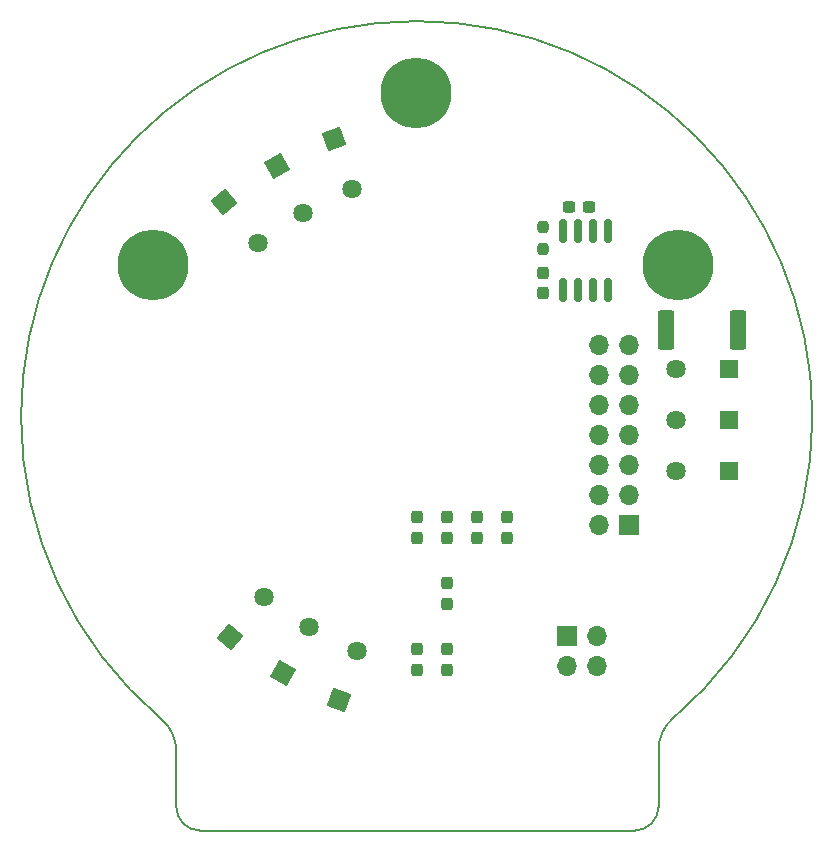
<source format=gbr>
%TF.GenerationSoftware,KiCad,Pcbnew,7.0.6*%
%TF.CreationDate,2024-03-18T21:18:52+03:00*%
%TF.ProjectId,_____ ________,1f3b3042-3020-4343-9042-47383a3e322e,rev?*%
%TF.SameCoordinates,Original*%
%TF.FileFunction,Soldermask,Bot*%
%TF.FilePolarity,Negative*%
%FSLAX46Y46*%
G04 Gerber Fmt 4.6, Leading zero omitted, Abs format (unit mm)*
G04 Created by KiCad (PCBNEW 7.0.6) date 2024-03-18 21:18:52*
%MOMM*%
%LPD*%
G01*
G04 APERTURE LIST*
G04 Aperture macros list*
%AMRoundRect*
0 Rectangle with rounded corners*
0 $1 Rounding radius*
0 $2 $3 $4 $5 $6 $7 $8 $9 X,Y pos of 4 corners*
0 Add a 4 corners polygon primitive as box body*
4,1,4,$2,$3,$4,$5,$6,$7,$8,$9,$2,$3,0*
0 Add four circle primitives for the rounded corners*
1,1,$1+$1,$2,$3*
1,1,$1+$1,$4,$5*
1,1,$1+$1,$6,$7*
1,1,$1+$1,$8,$9*
0 Add four rect primitives between the rounded corners*
20,1,$1+$1,$2,$3,$4,$5,0*
20,1,$1+$1,$4,$5,$6,$7,0*
20,1,$1+$1,$6,$7,$8,$9,0*
20,1,$1+$1,$8,$9,$2,$3,0*%
%AMRotRect*
0 Rectangle, with rotation*
0 The origin of the aperture is its center*
0 $1 length*
0 $2 width*
0 $3 Rotation angle, in degrees counterclockwise*
0 Add horizontal line*
21,1,$1,$2,0,0,$3*%
G04 Aperture macros list end*
%ADD10RotRect,1.635000X1.635000X290.000000*%
%ADD11C,1.635000*%
%ADD12C,6.000000*%
%ADD13RotRect,1.635000X1.635000X70.000000*%
%ADD14RotRect,1.635000X1.635000X300.000000*%
%ADD15R,1.635000X1.635000*%
%ADD16RotRect,1.635000X1.635000X60.000000*%
%ADD17RotRect,1.635000X1.635000X50.000000*%
%ADD18R,1.700000X1.700000*%
%ADD19O,1.700000X1.700000*%
%ADD20RotRect,1.635000X1.635000X310.000000*%
%ADD21RoundRect,0.237500X0.237500X-0.300000X0.237500X0.300000X-0.237500X0.300000X-0.237500X-0.300000X0*%
%ADD22RoundRect,0.237500X-0.237500X0.300000X-0.237500X-0.300000X0.237500X-0.300000X0.237500X0.300000X0*%
%ADD23RoundRect,0.237500X0.237500X-0.250000X0.237500X0.250000X-0.237500X0.250000X-0.237500X-0.250000X0*%
%ADD24RoundRect,0.150000X0.150000X-0.825000X0.150000X0.825000X-0.150000X0.825000X-0.150000X-0.825000X0*%
%ADD25RoundRect,0.249999X-0.450001X-1.425001X0.450001X-1.425001X0.450001X1.425001X-0.450001X1.425001X0*%
%ADD26RoundRect,0.237500X-0.300000X-0.237500X0.300000X-0.237500X0.300000X0.237500X-0.300000X0.237500X0*%
%TA.AperFunction,Profile*%
%ADD27C,0.200000*%
%TD*%
G04 APERTURE END LIST*
D10*
%TO.C,J13*%
X144872270Y-59835673D03*
D11*
X146411361Y-64064290D03*
%TD*%
D12*
%TO.C,J2*%
X151765000Y-55880000D03*
%TD*%
%TO.C,J3*%
X129540000Y-70485000D03*
%TD*%
D13*
%TO.C,J7*%
X145272909Y-107352617D03*
D11*
X146812000Y-103124000D03*
%TD*%
D14*
%TO.C,J12*%
X139990000Y-62142886D03*
D11*
X142240000Y-66040000D03*
%TD*%
D15*
%TO.C,J6*%
X178272000Y-79248000D03*
D11*
X173772000Y-79248000D03*
%TD*%
D12*
%TO.C,J1*%
X173990000Y-70485000D03*
%TD*%
D16*
%TO.C,J10*%
X140498000Y-104989114D03*
D11*
X142748000Y-101092000D03*
%TD*%
D15*
%TO.C,J5*%
X178272000Y-83566000D03*
D11*
X173772000Y-83566000D03*
%TD*%
D17*
%TO.C,J11*%
X136045456Y-101999200D03*
D11*
X138938000Y-98552000D03*
%TD*%
D18*
%TO.C,J8*%
X164540000Y-101874000D03*
D19*
X167080000Y-101874000D03*
X164540000Y-104414000D03*
X167080000Y-104414000D03*
%TD*%
D20*
%TO.C,J14*%
X135537456Y-65132800D03*
D11*
X138430000Y-68580000D03*
%TD*%
D15*
%TO.C,J9*%
X178272000Y-87884000D03*
D11*
X173772000Y-87884000D03*
%TD*%
D21*
%TO.C,C10*%
X156972000Y-93572500D03*
X156972000Y-91847500D03*
%TD*%
D22*
%TO.C,C13*%
X151892000Y-91847500D03*
X151892000Y-93572500D03*
%TD*%
D21*
%TO.C,C17*%
X151892000Y-104748500D03*
X151892000Y-103023500D03*
%TD*%
D23*
%TO.C,R3*%
X162560000Y-69111500D03*
X162560000Y-67286500D03*
%TD*%
D22*
%TO.C,C14*%
X154432000Y-103023500D03*
X154432000Y-104748500D03*
%TD*%
%TO.C,C16*%
X162560000Y-71146500D03*
X162560000Y-72871500D03*
%TD*%
%TO.C,C11*%
X159512000Y-91847500D03*
X159512000Y-93572500D03*
%TD*%
D18*
%TO.C,J4*%
X169784000Y-92456000D03*
D19*
X167244000Y-92456000D03*
X169784000Y-89916000D03*
X167244000Y-89916000D03*
X169784000Y-87376000D03*
X167244000Y-87376000D03*
X169784000Y-84836000D03*
X167244000Y-84836000D03*
X169784000Y-82296000D03*
X167244000Y-82296000D03*
X169784000Y-79756000D03*
X167244000Y-79756000D03*
X169784000Y-77216000D03*
X167244000Y-77216000D03*
%TD*%
D24*
%TO.C,U1*%
X168021000Y-72579000D03*
X166751000Y-72579000D03*
X165481000Y-72579000D03*
X164211000Y-72579000D03*
X164211000Y-67629000D03*
X165481000Y-67629000D03*
X166751000Y-67629000D03*
X168021000Y-67629000D03*
%TD*%
D22*
%TO.C,C18*%
X154432000Y-97435500D03*
X154432000Y-99160500D03*
%TD*%
D25*
%TO.C,R4*%
X172972000Y-75946000D03*
X179072000Y-75946000D03*
%TD*%
D26*
%TO.C,C15*%
X164745500Y-65532000D03*
X166470500Y-65532000D03*
%TD*%
D21*
%TO.C,C12*%
X154432000Y-93572500D03*
X154432000Y-91847500D03*
%TD*%
D27*
X131487619Y-111618347D02*
X131487619Y-116332000D01*
X172325073Y-111516254D02*
X172325073Y-116332000D01*
X131487653Y-111618347D02*
G75*
G03*
X130245370Y-108940051I-3505153J1447D01*
G01*
X131487598Y-116332000D02*
G75*
G03*
X133519619Y-118364002I2032002J0D01*
G01*
X170293071Y-118364000D02*
X133519619Y-118364002D01*
X170293071Y-118363973D02*
G75*
G03*
X172325073Y-116332000I29J2031973D01*
G01*
X173557146Y-108850261D02*
G75*
G03*
X172325073Y-111516254I2268654J-2666139D01*
G01*
X173557135Y-108850249D02*
G75*
G03*
X185348262Y-83336046I-21708895J25514219D01*
G01*
X185348262Y-83336046D02*
G75*
G03*
X118348262Y-83336046I-33500000J0D01*
G01*
X118348265Y-83336046D02*
G75*
G03*
X130245370Y-108940051I33499975J-14D01*
G01*
M02*

</source>
